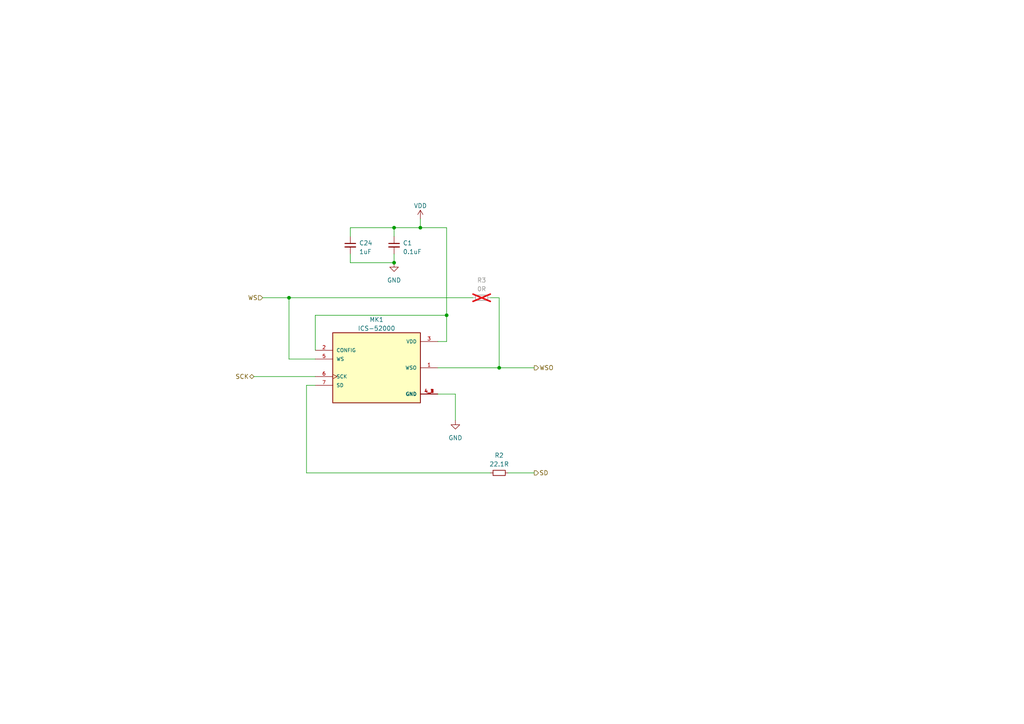
<source format=kicad_sch>
(kicad_sch (version 20230121) (generator eeschema)
  (paper "A4")
  (lib_symbols
    (symbol "Device:C_Small" (pin_numbers hide) (pin_names (offset 0.254) hide)
      (property "Reference" "C" (at 0.254 1.778 0))
      (property "Value" "C_Small" (at 0.254 -2.032 0))
      (symbol "C_Small_0_1"
        (polyline (pts (xy -1.524 -0.508) (xy 1.524 -0.508)) (stroke (width 0.3302)))
        (polyline (pts (xy -1.524 0.508) (xy 1.524 0.508)) (stroke (width 0.3048)))
      )
      (symbol "C_Small_1_1"
        (pin passive line (at 0 2.54 270) (length 2.032) (name "~") (number "1"))
        (pin passive line (at 0 -2.54 90) (length 2.032) (name "~") (number "2"))
      )
    )
    (symbol "Device:R_Small" (pin_numbers hide) (pin_names (offset 0.254) hide)
      (property "Reference" "R" (at 0.762 0.508 0))
      (property "Value" "R_Small" (at 0.762 -1.016 0))
      (symbol "R_Small_0_1"
        (rectangle (start -0.762 1.778) (end 0.762 -1.778) (stroke (width 0.2032)))
      )
      (symbol "R_Small_1_1"
        (pin passive line (at 0 2.54 270) (length 0.762) (name "~") (number "1"))
        (pin passive line (at 0 -2.54 90) (length 0.762) (name "~") (number "2"))
      )
    )
    (symbol "mic-test-pcb:ICS-52000" (pin_names (offset 1.016))
      (property "Reference" "MK" (at -12.7608 10.7312 0))
      (property "Value" "ICS-52000" (at -12.7766 -12.7766 0))
      (symbol "ICS-52000_0_0"
        (rectangle (start -12.7 -10.16) (end 12.7 10.16) (stroke (width 0.254)) (fill (type background)))
        (pin output line (at 17.78 0 180) (length 5.08) (name "WSO") (number "1"))
        (pin input line (at -17.78 5.08 0) (length 5.08) (name "CONFIG") (number "2"))
        (pin power_in line (at 17.78 7.62 180) (length 5.08) (name "VDD") (number "3"))
        (pin power_in line (at 17.78 -7.62 180) (length 5.08) (name "GND") (number "4_1"))
        (pin power_in line (at 17.78 -7.62 180) (length 5.08) (name "GND") (number "4_2"))
        (pin power_in line (at 17.78 -7.62 180) (length 5.08) (name "GND") (number "4_3"))
        (pin power_in line (at 17.78 -7.62 180) (length 5.08) (name "GND") (number "4_4"))
        (pin input line (at -17.78 2.54 0) (length 5.08) (name "WS") (number "5"))
        (pin input clock (at -17.78 -2.54 0) (length 5.08) (name "SCK") (number "6"))
        (pin output line (at -17.78 -5.08 0) (length 5.08) (name "SD") (number "7"))
      )
    )
    (symbol "power:GND" (power) (pin_names (offset 0))
      (property "Value" "GND" (at 0 -3.81 0))
      (symbol "GND_0_1"
        (polyline (pts (xy 0 0) (xy 0 -1.27) (xy 1.27 -1.27) (xy 0 -2.54) (xy -1.27 -1.27) (xy 0 -1.27)))
      )
      (symbol "GND_1_1"
        (pin power_in line (at 0 0 270) (length 0) hide (name "GND") (number "1"))
      )
    )
    (symbol "power:VDD" (power) (pin_names (offset 0))
      (property "Value" "VDD" (at 0 3.81 0))
      (symbol "VDD_0_1"
        (polyline (pts (xy -0.762 1.27) (xy 0 2.54)))
        (polyline (pts (xy 0 0) (xy 0 2.54)))
        (polyline (pts (xy 0 2.54) (xy 0.762 1.27)))
      )
      (symbol "VDD_1_1"
        (pin power_in line (at 0 0 90) (length 0) hide (name "VDD") (number "1"))
      )
    )
  )
  (junction (at 83.82 86.36))
  (junction (at 121.92 66.04))
  (junction (at 129.54 91.44))
  (junction (at 144.78 106.68))
  (junction (at 114.3 76.2))
  (junction (at 114.3 66.04))
  (wire (pts (xy 114.3 73.66) (xy 114.3 76.2)))
  (wire (pts (xy 73.66 109.22) (xy 91.44 109.22)))
  (wire (pts (xy 129.54 91.44) (xy 129.54 66.04)))
  (wire (pts (xy 144.78 86.36) (xy 144.78 106.68)))
  (wire (pts (xy 101.6 68.58) (xy 101.6 66.04)))
  (wire (pts (xy 127 106.68) (xy 144.78 106.68)))
  (wire (pts (xy 132.08 114.3) (xy 132.08 121.92)))
  (wire (pts (xy 114.3 66.04) (xy 121.92 66.04)))
  (wire (pts (xy 101.6 66.04) (xy 114.3 66.04)))
  (wire (pts (xy 76.2 86.36) (xy 83.82 86.36)))
  (wire (pts (xy 114.3 68.58) (xy 114.3 66.04)))
  (wire (pts (xy 91.44 111.76) (xy 88.9 111.76)))
  (wire (pts (xy 101.6 76.2) (xy 114.3 76.2)))
  (wire (pts (xy 88.9 137.16) (xy 142.24 137.16)))
  (wire (pts (xy 129.54 66.04) (xy 121.92 66.04)))
  (wire (pts (xy 144.78 106.68) (xy 154.94 106.68)))
  (wire (pts (xy 91.44 101.6) (xy 91.44 91.44)))
  (wire (pts (xy 147.32 137.16) (xy 154.94 137.16)))
  (wire (pts (xy 91.44 91.44) (xy 129.54 91.44)))
  (wire (pts (xy 127 99.06) (xy 129.54 99.06)))
  (wire (pts (xy 91.44 104.14) (xy 83.82 104.14)))
  (wire (pts (xy 142.24 86.36) (xy 144.78 86.36)))
  (wire (pts (xy 101.6 73.66) (xy 101.6 76.2)))
  (wire (pts (xy 121.92 63.5) (xy 121.92 66.04)))
  (wire (pts (xy 83.82 86.36) (xy 137.16 86.36)))
  (wire (pts (xy 129.54 99.06) (xy 129.54 91.44)))
  (wire (pts (xy 88.9 111.76) (xy 88.9 137.16)))
  (wire (pts (xy 83.82 104.14) (xy 83.82 86.36)))
  (wire (pts (xy 127 114.3) (xy 132.08 114.3)))
  (hierarchical_label "WS" (shape input) (at 76.2 86.36 180))
  (hierarchical_label "SD" (shape output) (at 154.94 137.16 0))
  (hierarchical_label "SCK" (shape bidirectional) (at 73.66 109.22 180))
  (hierarchical_label "WSO" (shape output) (at 154.94 106.68 0))
  (symbol (lib_id "Device:R_Small") (at 139.7 86.36 90) (unit 1) (dnp yes)
    (property "Reference" "R3" (at 139.7 81.28 90))
    (property "Value" "0R" (at 139.7 83.82 90))
    (property "Footprint" "Resistor_SMD:R_0603_1608Metric" (effects hide))
    (instances (project "mic-test-pcb" (path "" (reference "R3") (unit 1)) (path "" (reference "R7") (unit 1)) (path "" (reference "R10") (unit 1)) (path "" (reference "R13") (unit 1)) (path "" (reference "R16") (unit 1)) (path "" (reference "R25") (unit 1)) (path "" (reference "R19") (unit 1)) (path "" (reference "R22") (unit 1)) (path "" (reference "R28") (unit 1)) (path "" (reference "R43") (unit 1)) (path "" (reference "R49") (unit 1)) (path "" (reference "R37") (unit 1)) (path "" (reference "R31") (unit 1)) (path "" (reference "R40") (unit 1)) (path "" (reference "R34") (unit 1)) (path "" (reference "R46") (unit 1))))
  )
  (symbol (lib_id "Device:C_Small") (at 101.6 71.12 0) (unit 1)
    (property "Reference" "C24" (at 104.14 70.4913 0) (effects (justify left)))
    (property "Value" "1uF" (at 104.14 73.0313 0) (effects (justify left)))
    (property "Footprint" "Capacitor_SMD:C_0603_1608Metric" (effects hide))
    (property "Manufacturer" "Samsung Electro-Mechanics" (effects hide))
    (property "Part Number" "CL10B105KP8NNNC" (effects hide))
    (property "Supplier" "Digi-Key" (effects hide))
    (property "Supplier Number" "1276-1946-1-ND" (effects hide))
    (property "Description" "CAP CER 1UF 10V X7R 0603" (effects hide))
    (instances (project "mic-test-pcb" (path "" (reference "C24") (unit 1)) (path "" (reference "C25") (unit 1)) (path "" (reference "C26") (unit 1)) (path "" (reference "C27") (unit 1)) (path "" (reference "C28") (unit 1)) (path "" (reference "C31") (unit 1)) (path "" (reference "C29") (unit 1)) (path "" (reference "C30") (unit 1)) (path "" (reference "C32") (unit 1)) (path "" (reference "C37") (unit 1)) (path "" (reference "C39") (unit 1)) (path "" (reference "C35") (unit 1)) (path "" (reference "C33") (unit 1)) (path "" (reference "C36") (unit 1)) (path "" (reference "C34") (unit 1)) (path "" (reference "C38") (unit 1)) (path "" (reference "C22") (unit 1))))
  )
  (symbol (lib_id "mic-test-pcb:ICS-52000") (at 109.22 106.68 0) (unit 1)
    (property "Reference" "MK1" (at 109.22 92.71 0))
    (property "Value" "ICS-52000" (at 109.22 95.25 0))
    (property "Footprint" "mic-test-board:MIC_ICS-52000" (effects hide))
    (property "Datasheet" "https://invensense.tdk.com/wp-content/uploads/2016/05/DS-000121-ICS-52000-v1.3.pdf" (effects hide))
    (property "MF" "TDK InvenSense" (effects hide))
    (property "MAXIMUM_PACKAGE_HEIGHT" "1.1 mm" (effects hide))
    (property "Package" "None" (effects hide))
    (property "Price" "None" (effects hide))
    (property "Check_prices" "https://www.snapeda.com/parts/ICS-52000/TDK+InvenSense/view-part/?ref=eda" (effects hide))
    (property "STANDARD" "Manufacturer recommendations" (effects hide))
    (property "PARTREV" "1.3" (effects hide))
    (property "SnapEDA_Link" "https://www.snapeda.com/parts/ICS-52000/TDK+InvenSense/view-part/?ref=snap" (effects hide))
    (property "MP" "ICS-52000" (effects hide))
    (property "Description" "MICROPHONE MEMS DIGITAL TDM OMNI" (effects hide))
    (property "Availability" "In Stock" (effects hide))
    (property "MANUFACTURER" "TDK InvenSense" (effects hide))
    (property "Manufacturer" "TDK InvenSense" (effects hide))
    (property "Supplier Number" "1428-1122-1-ND" (effects hide))
    (instances (project "mic-test-pcb" (path "" (reference "MK1") (unit 1)) (path "" (reference "MK2") (unit 1)) (path "" (reference "MK3") (unit 1)) (path "" (reference "MK4") (unit 1)) (path "" (reference "MK5") (unit 1)) (path "" (reference "MK7") (unit 1)) (path "" (reference "MK8") (unit 1)) (path "" (reference "MK6") (unit 1)) (path "" (reference "MK9") (unit 1)) (path "" (reference "MK13") (unit 1)) (path "" (reference "MK15") (unit 1)) (path "" (reference "MK12") (unit 1)) (path "" (reference "MK14") (unit 1)) (path "" (reference "MK10") (unit 1)) (path "" (reference "MK16") (unit 1)) (path "" (reference "MK11") (unit 1))))
  )
  (symbol (lib_id "power:VDD") (at 121.92 63.5 0) (unit 1)
    (property "Reference" "#PWR01" (effects hide))
    (property "Value" "VDD" (at 121.92 59.69 0))
    (instances (project "mic-test-pcb" (path "" (reference "#PWR01") (unit 1)) (path "" (reference "#PWR06") (unit 1)) (path "" (reference "#PWR07") (unit 1)) (path "" (reference "#PWR08") (unit 1)) (path "" (reference "#PWR09") (unit 1)) (path "" (reference "#PWR012") (unit 1)) (path "" (reference "#PWR010") (unit 1)) (path "" (reference "#PWR011") (unit 1)) (path "" (reference "#PWR013") (unit 1)) (path "" (reference "#PWR018") (unit 1)) (path "" (reference "#PWR020") (unit 1)) (path "" (reference "#PWR016") (unit 1)) (path "" (reference "#PWR014") (unit 1)) (path "" (reference "#PWR017") (unit 1)) (path "" (reference "#PWR015") (unit 1)) (path "" (reference "#PWR019") (unit 1))))
  )
  (symbol (lib_id "power:GND") (at 132.08 121.92 0) (unit 1)
    (property "Reference" "#PWR024" (effects hide))
    (property "Value" "GND" (at 132.08 127 0))
    (instances (project "mic-test-pcb" (path "" (reference "#PWR024") (unit 1)) (path "" (reference "#PWR02") (unit 1)) (path "" (reference "#PWR028") (unit 1)) (path "" (reference "#PWR029") (unit 1)) (path "" (reference "#PWR030") (unit 1)) (path "" (reference "#PWR031") (unit 1)) (path "" (reference "#PWR032") (unit 1)) (path "" (reference "#PWR033") (unit 1)) (path "" (reference "#PWR034") (unit 1)) (path "" (reference "#PWR035") (unit 1)) (path "" (reference "#PWR036") (unit 1)) (path "" (reference "#PWR037") (unit 1)) (path "" (reference "#PWR038") (unit 1)) (path "" (reference "#PWR039") (unit 1)) (path "" (reference "#PWR040") (unit 1)) (path "" (reference "#PWR041") (unit 1)) (path "" (reference "#PWR042") (unit 1))))
  )
  (symbol (lib_id "power:GND") (at 114.3 76.2 0) (unit 1)
    (property "Reference" "#PWR024" (effects hide))
    (property "Value" "GND" (at 114.3 81.28 0))
    (instances (project "mic-test-pcb" (path "" (reference "#PWR024") (unit 1)) (path "" (reference "#PWR043") (unit 1)) (path "" (reference "#PWR044") (unit 1)) (path "" (reference "#PWR045") (unit 1)) (path "" (reference "#PWR046") (unit 1)) (path "" (reference "#PWR047") (unit 1)) (path "" (reference "#PWR048") (unit 1)) (path "" (reference "#PWR049") (unit 1)) (path "" (reference "#PWR050") (unit 1)) (path "" (reference "#PWR051") (unit 1)) (path "" (reference "#PWR052") (unit 1)) (path "" (reference "#PWR053") (unit 1)) (path "" (reference "#PWR054") (unit 1)) (path "" (reference "#PWR055") (unit 1)) (path "" (reference "#PWR056") (unit 1)) (path "" (reference "#PWR057") (unit 1)) (path "" (reference "#PWR058") (unit 1))))
  )
  (symbol (lib_id "Device:C_Small") (at 114.3 71.12 0) (unit 1)
    (property "Reference" "C1" (at 116.84 70.4913 0) (effects (justify left)))
    (property "Value" "0.1uF" (at 116.84 73.0313 0) (effects (justify left)))
    (property "Footprint" "Capacitor_SMD:C_0603_1608Metric" (effects hide))
    (property "Manufacturer" "KEMET" (effects hide))
    (property "Part Number" "C0603C104K8RAC7867" (effects hide))
    (property "Supplier" "Digi-Key" (effects hide))
    (property "Supplier Number" "399-C0603C104K8RAC7867CT-ND" (effects hide))
    (property "Description" "CAP CER 0.1UF 10V X7R 0603" (effects hide))
    (instances (project "mic-test-pcb" (path "" (reference "C1") (unit 1)) (path "" (reference "C2") (unit 1)) (path "" (reference "C3") (unit 1)) (path "" (reference "C4") (unit 1)) (path "" (reference "C5") (unit 1)) (path "" (reference "C8") (unit 1)) (path "" (reference "C6") (unit 1)) (path "" (reference "C7") (unit 1)) (path "" (reference "C9") (unit 1)) (path "" (reference "C14") (unit 1)) (path "" (reference "C16") (unit 1)) (path "" (reference "C12") (unit 1)) (path "" (reference "C10") (unit 1)) (path "" (reference "C13") (unit 1)) (path "" (reference "C11") (unit 1)) (path "" (reference "C15") (unit 1))))
  )
  (symbol (lib_id "Device:R_Small") (at 144.78 137.16 90) (unit 1)
    (property "Reference" "R2" (at 144.78 132.08 90))
    (property "Value" "22.1R" (at 144.78 134.62 90))
    (property "Footprint" "Resistor_SMD:R_0603_1608Metric" (effects hide))
    (property "Manufacturer" "YAGEO" (effects hide))
    (property "Part Number" "RC0603FR-0722RL" (effects hide))
    (property "Supplier" "Digi-Key" (effects hide))
    (property "Supplier Number" "311-22.0HRCT-ND" (effects hide))
    (property "Description" "RES 22 OHM 1% 1/10W 0603" (effects hide))
    (instances (project "mic-test-pcb" (path "" (reference "R2") (unit 1)) (path "" (reference "R6") (unit 1)) (path "" (reference "R9") (unit 1)) (path "" (reference "R12") (unit 1)) (path "" (reference "R15") (unit 1)) (path "" (reference "R24") (unit 1)) (path "" (reference "R18") (unit 1)) (path "" (reference "R21") (unit 1)) (path "" (reference "R27") (unit 1)) (path "" (reference "R42") (unit 1)) (path "" (reference "R48") (unit 1)) (path "" (reference "R36") (unit 1)) (path "" (reference "R30") (unit 1)) (path "" (reference "R39") (unit 1)) (path "" (reference "R33") (unit 1)) (path "" (reference "R45") (unit 1))))
  )
)
</source>
